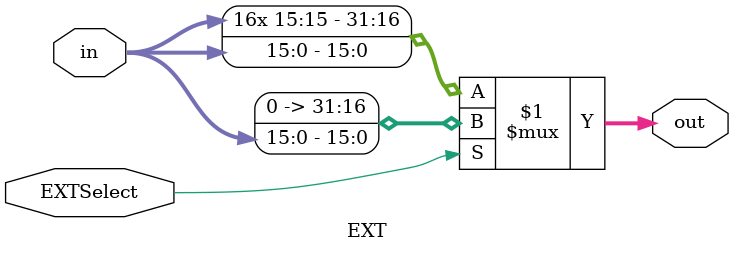
<source format=v>
module EXT(
	input [15:0] in,
	input EXTSelect,
	output [31:0] out
	);
	
	assign out=EXTSelect?{16'b0,in}:({{16{in[15]}},in});
    
endmodule

</source>
